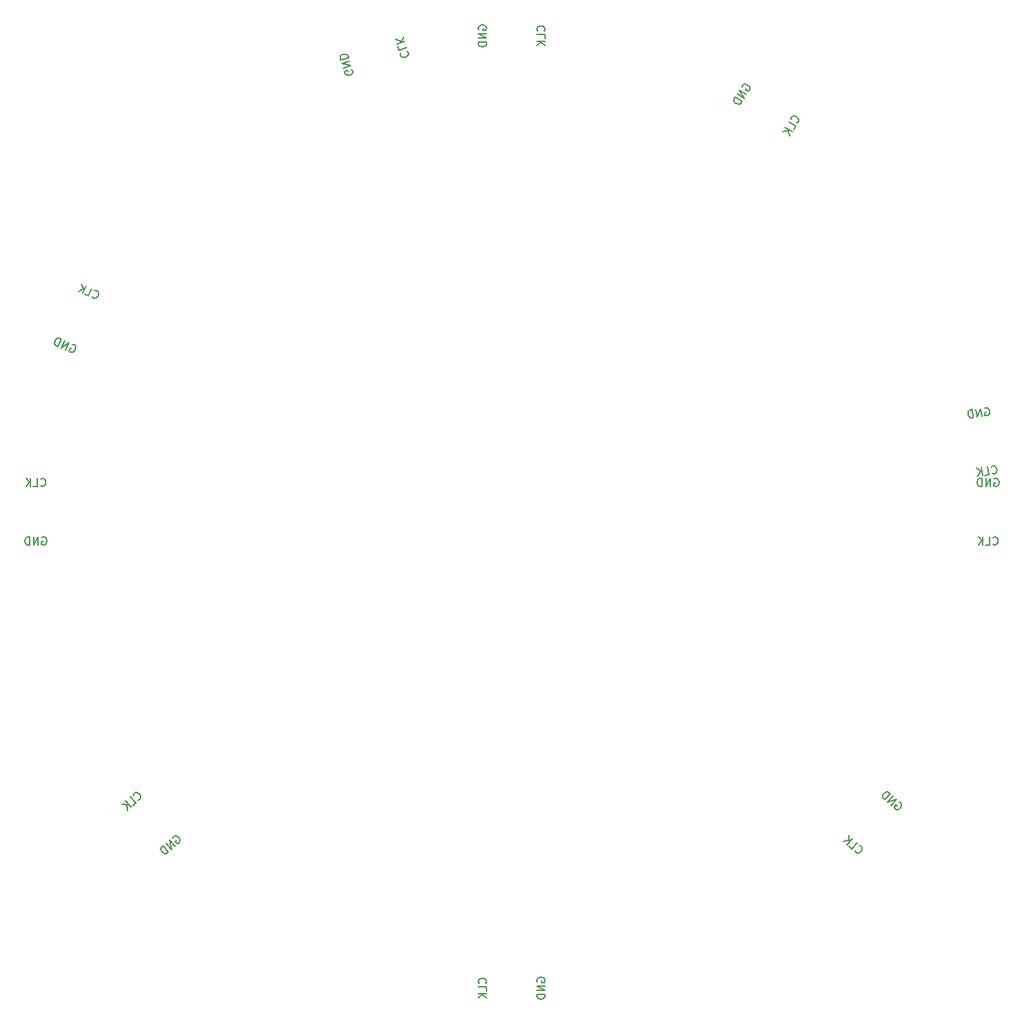
<source format=gbr>
G04 #@! TF.GenerationSoftware,KiCad,Pcbnew,(5.0.1)-4*
G04 #@! TF.CreationDate,2018-11-24T23:14:57-05:00*
G04 #@! TF.ProjectId,geodesic,67656F64657369632E6B696361645F70,rev?*
G04 #@! TF.SameCoordinates,Original*
G04 #@! TF.FileFunction,Legend,Bot*
G04 #@! TF.FilePolarity,Positive*
%FSLAX46Y46*%
G04 Gerber Fmt 4.6, Leading zero omitted, Abs format (unit mm)*
G04 Created by KiCad (PCBNEW (5.0.1)-4) date 2018-11-24 11:14:57 PM*
%MOMM*%
%LPD*%
G01*
G04 APERTURE LIST*
%ADD10C,0.150000*%
G04 APERTURE END LIST*
G04 #@! TO.C,J1*
D10*
X151100000Y-162738095D02*
X151052380Y-162642857D01*
X151052380Y-162500000D01*
X151100000Y-162357142D01*
X151195238Y-162261904D01*
X151290476Y-162214285D01*
X151480952Y-162166666D01*
X151623809Y-162166666D01*
X151814285Y-162214285D01*
X151909523Y-162261904D01*
X152004761Y-162357142D01*
X152052380Y-162500000D01*
X152052380Y-162595238D01*
X152004761Y-162738095D01*
X151957142Y-162785714D01*
X151623809Y-162785714D01*
X151623809Y-162595238D01*
X152052380Y-163214285D02*
X151052380Y-163214285D01*
X152052380Y-163785714D01*
X151052380Y-163785714D01*
X152052380Y-164261904D02*
X151052380Y-164261904D01*
X151052380Y-164500000D01*
X151100000Y-164642857D01*
X151195238Y-164738095D01*
X151290476Y-164785714D01*
X151480952Y-164833333D01*
X151623809Y-164833333D01*
X151814285Y-164785714D01*
X151909523Y-164738095D01*
X152004761Y-164642857D01*
X152052380Y-164500000D01*
X152052380Y-164261904D01*
X144757142Y-162904761D02*
X144804761Y-162857142D01*
X144852380Y-162714285D01*
X144852380Y-162619047D01*
X144804761Y-162476190D01*
X144709523Y-162380952D01*
X144614285Y-162333333D01*
X144423809Y-162285714D01*
X144280952Y-162285714D01*
X144090476Y-162333333D01*
X143995238Y-162380952D01*
X143900000Y-162476190D01*
X143852380Y-162619047D01*
X143852380Y-162714285D01*
X143900000Y-162857142D01*
X143947619Y-162904761D01*
X144852380Y-163809523D02*
X144852380Y-163333333D01*
X143852380Y-163333333D01*
X144852380Y-164142857D02*
X143852380Y-164142857D01*
X144852380Y-164714285D02*
X144280952Y-164285714D01*
X143852380Y-164714285D02*
X144423809Y-164142857D01*
G04 #@! TO.C,J2*
X90261904Y-108100000D02*
X90357142Y-108052380D01*
X90500000Y-108052380D01*
X90642857Y-108100000D01*
X90738095Y-108195238D01*
X90785714Y-108290476D01*
X90833333Y-108480952D01*
X90833333Y-108623809D01*
X90785714Y-108814285D01*
X90738095Y-108909523D01*
X90642857Y-109004761D01*
X90500000Y-109052380D01*
X90404761Y-109052380D01*
X90261904Y-109004761D01*
X90214285Y-108957142D01*
X90214285Y-108623809D01*
X90404761Y-108623809D01*
X89785714Y-109052380D02*
X89785714Y-108052380D01*
X89214285Y-109052380D01*
X89214285Y-108052380D01*
X88738095Y-109052380D02*
X88738095Y-108052380D01*
X88500000Y-108052380D01*
X88357142Y-108100000D01*
X88261904Y-108195238D01*
X88214285Y-108290476D01*
X88166666Y-108480952D01*
X88166666Y-108623809D01*
X88214285Y-108814285D01*
X88261904Y-108909523D01*
X88357142Y-109004761D01*
X88500000Y-109052380D01*
X88738095Y-109052380D01*
X90095238Y-101757142D02*
X90142857Y-101804761D01*
X90285714Y-101852380D01*
X90380952Y-101852380D01*
X90523809Y-101804761D01*
X90619047Y-101709523D01*
X90666666Y-101614285D01*
X90714285Y-101423809D01*
X90714285Y-101280952D01*
X90666666Y-101090476D01*
X90619047Y-100995238D01*
X90523809Y-100900000D01*
X90380952Y-100852380D01*
X90285714Y-100852380D01*
X90142857Y-100900000D01*
X90095238Y-100947619D01*
X89190476Y-101852380D02*
X89666666Y-101852380D01*
X89666666Y-100852380D01*
X88857142Y-101852380D02*
X88857142Y-100852380D01*
X88285714Y-101852380D02*
X88714285Y-101280952D01*
X88285714Y-100852380D02*
X88857142Y-101423809D01*
G04 #@! TO.C,J3*
X143900000Y-45738095D02*
X143852380Y-45642857D01*
X143852380Y-45500000D01*
X143900000Y-45357142D01*
X143995238Y-45261904D01*
X144090476Y-45214285D01*
X144280952Y-45166666D01*
X144423809Y-45166666D01*
X144614285Y-45214285D01*
X144709523Y-45261904D01*
X144804761Y-45357142D01*
X144852380Y-45500000D01*
X144852380Y-45595238D01*
X144804761Y-45738095D01*
X144757142Y-45785714D01*
X144423809Y-45785714D01*
X144423809Y-45595238D01*
X144852380Y-46214285D02*
X143852380Y-46214285D01*
X144852380Y-46785714D01*
X143852380Y-46785714D01*
X144852380Y-47261904D02*
X143852380Y-47261904D01*
X143852380Y-47500000D01*
X143900000Y-47642857D01*
X143995238Y-47738095D01*
X144090476Y-47785714D01*
X144280952Y-47833333D01*
X144423809Y-47833333D01*
X144614285Y-47785714D01*
X144709523Y-47738095D01*
X144804761Y-47642857D01*
X144852380Y-47500000D01*
X144852380Y-47261904D01*
X151957142Y-45904761D02*
X152004761Y-45857142D01*
X152052380Y-45714285D01*
X152052380Y-45619047D01*
X152004761Y-45476190D01*
X151909523Y-45380952D01*
X151814285Y-45333333D01*
X151623809Y-45285714D01*
X151480952Y-45285714D01*
X151290476Y-45333333D01*
X151195238Y-45380952D01*
X151100000Y-45476190D01*
X151052380Y-45619047D01*
X151052380Y-45714285D01*
X151100000Y-45857142D01*
X151147619Y-45904761D01*
X152052380Y-46809523D02*
X152052380Y-46333333D01*
X151052380Y-46333333D01*
X152052380Y-47142857D02*
X151052380Y-47142857D01*
X152052380Y-47714285D02*
X151480952Y-47285714D01*
X151052380Y-47714285D02*
X151623809Y-47142857D01*
G04 #@! TO.C,J4*
X207261904Y-100900000D02*
X207357142Y-100852380D01*
X207500000Y-100852380D01*
X207642857Y-100900000D01*
X207738095Y-100995238D01*
X207785714Y-101090476D01*
X207833333Y-101280952D01*
X207833333Y-101423809D01*
X207785714Y-101614285D01*
X207738095Y-101709523D01*
X207642857Y-101804761D01*
X207500000Y-101852380D01*
X207404761Y-101852380D01*
X207261904Y-101804761D01*
X207214285Y-101757142D01*
X207214285Y-101423809D01*
X207404761Y-101423809D01*
X206785714Y-101852380D02*
X206785714Y-100852380D01*
X206214285Y-101852380D01*
X206214285Y-100852380D01*
X205738095Y-101852380D02*
X205738095Y-100852380D01*
X205500000Y-100852380D01*
X205357142Y-100900000D01*
X205261904Y-100995238D01*
X205214285Y-101090476D01*
X205166666Y-101280952D01*
X205166666Y-101423809D01*
X205214285Y-101614285D01*
X205261904Y-101709523D01*
X205357142Y-101804761D01*
X205500000Y-101852380D01*
X205738095Y-101852380D01*
X207095238Y-108957142D02*
X207142857Y-109004761D01*
X207285714Y-109052380D01*
X207380952Y-109052380D01*
X207523809Y-109004761D01*
X207619047Y-108909523D01*
X207666666Y-108814285D01*
X207714285Y-108623809D01*
X207714285Y-108480952D01*
X207666666Y-108290476D01*
X207619047Y-108195238D01*
X207523809Y-108100000D01*
X207380952Y-108052380D01*
X207285714Y-108052380D01*
X207142857Y-108100000D01*
X207095238Y-108147619D01*
X206190476Y-109052380D02*
X206666666Y-109052380D01*
X206666666Y-108052380D01*
X205857142Y-109052380D02*
X205857142Y-108052380D01*
X205285714Y-109052380D02*
X205714285Y-108480952D01*
X205285714Y-108052380D02*
X205857142Y-108623809D01*
G04 #@! TO.C,J5*
X106310864Y-145055656D02*
X106351500Y-144957236D01*
X106459316Y-144863513D01*
X106598372Y-144805729D01*
X106732731Y-144815124D01*
X106831151Y-144855760D01*
X106992054Y-144968274D01*
X107085776Y-145076089D01*
X107174801Y-145251085D01*
X107201345Y-145354203D01*
X107191949Y-145488561D01*
X107115375Y-145618223D01*
X107043498Y-145680705D01*
X106904441Y-145738489D01*
X106837262Y-145733791D01*
X106618575Y-145482221D01*
X106762329Y-145357258D01*
X106576296Y-146086836D02*
X105920237Y-145332127D01*
X106145034Y-146461727D01*
X105488975Y-145707018D01*
X105785648Y-146774136D02*
X105129589Y-146019427D01*
X104949896Y-146175631D01*
X104873322Y-146305292D01*
X104863926Y-146439651D01*
X104890470Y-146542769D01*
X104979495Y-146717764D01*
X105073218Y-146825580D01*
X105234120Y-146938093D01*
X105332540Y-146978730D01*
X105466899Y-146988125D01*
X105605956Y-146930341D01*
X105785648Y-146774136D01*
X102023790Y-140377984D02*
X102090970Y-140382682D01*
X102230026Y-140324898D01*
X102301903Y-140262416D01*
X102378478Y-140132755D01*
X102387873Y-139998396D01*
X102361330Y-139895278D01*
X102272305Y-139720283D01*
X102178582Y-139612467D01*
X102017680Y-139499954D01*
X101919260Y-139459318D01*
X101784901Y-139449922D01*
X101645844Y-139507706D01*
X101573967Y-139570188D01*
X101497392Y-139699849D01*
X101492695Y-139767029D01*
X101403440Y-141043439D02*
X101762825Y-140731030D01*
X101106766Y-139976320D01*
X101151870Y-141262125D02*
X100495811Y-140507415D01*
X100720607Y-141637016D02*
X100669163Y-140924585D01*
X100064548Y-140882306D02*
X100870702Y-140938678D01*
G04 #@! TO.C,J6*
X93975468Y-84391990D02*
X94081841Y-84387225D01*
X94212348Y-84445330D01*
X94323486Y-84546938D01*
X94371753Y-84672679D01*
X94376519Y-84779052D01*
X94342547Y-84972429D01*
X94284442Y-85102935D01*
X94163466Y-85257575D01*
X94081227Y-85325211D01*
X93955486Y-85373479D01*
X93805611Y-85358876D01*
X93718607Y-85320139D01*
X93607469Y-85218531D01*
X93583335Y-85155661D01*
X93718914Y-84851146D01*
X93892922Y-84928619D01*
X93153079Y-85068350D02*
X93559815Y-84154804D01*
X92631053Y-84835929D01*
X93037789Y-83922383D01*
X92196031Y-84642244D02*
X92602768Y-83728699D01*
X92385257Y-83631857D01*
X92235382Y-83617254D01*
X92109641Y-83665521D01*
X92027402Y-83733157D01*
X91906426Y-83887798D01*
X91848321Y-84018304D01*
X91814349Y-84211681D01*
X91819115Y-84318054D01*
X91867382Y-84443795D01*
X91978520Y-84545402D01*
X92196031Y-84642244D01*
X96403083Y-78529712D02*
X96427217Y-78592582D01*
X96538355Y-78694190D01*
X96625360Y-78732927D01*
X96775235Y-78747530D01*
X96900976Y-78699262D01*
X96983215Y-78631626D01*
X97104190Y-78476986D01*
X97162296Y-78346480D01*
X97196267Y-78153103D01*
X97191502Y-78046730D01*
X97143234Y-77920989D01*
X97032096Y-77819381D01*
X96945092Y-77780644D01*
X96795217Y-77766041D01*
X96732346Y-77790175D01*
X95537806Y-78248716D02*
X95972827Y-78442401D01*
X96379564Y-77528855D01*
X95233290Y-78113138D02*
X95640027Y-77199592D01*
X94711264Y-77880717D02*
X95335205Y-77533006D01*
X95118001Y-76967171D02*
X95407606Y-77721618D01*
G04 #@! TO.C,J7*
X128316771Y-50639422D02*
X128390155Y-50716576D01*
X128431922Y-50853191D01*
X128428151Y-51003728D01*
X128364919Y-51122650D01*
X128287765Y-51196033D01*
X128119534Y-51297261D01*
X127982919Y-51339029D01*
X127786844Y-51349180D01*
X127681844Y-51331487D01*
X127562923Y-51268255D01*
X127475617Y-51145563D01*
X127447772Y-51054486D01*
X127451543Y-50903949D01*
X127483159Y-50844488D01*
X127801927Y-50747031D01*
X127857617Y-50929184D01*
X127266780Y-50462488D02*
X128223085Y-50170116D01*
X127099711Y-49916028D01*
X128056015Y-49623656D01*
X126960486Y-49460645D02*
X127916791Y-49168273D01*
X127847178Y-48940581D01*
X127759873Y-48817889D01*
X127640951Y-48754657D01*
X127535952Y-48736964D01*
X127339876Y-48747115D01*
X127203261Y-48788883D01*
X127035031Y-48890111D01*
X126957876Y-48963494D01*
X126894645Y-49082416D01*
X126890874Y-49232953D01*
X126960486Y-49460645D01*
X134333748Y-48625566D02*
X134302132Y-48685027D01*
X134298361Y-48835564D01*
X134326206Y-48926641D01*
X134413512Y-49049333D01*
X134532433Y-49112565D01*
X134637432Y-49130258D01*
X134833508Y-49120107D01*
X134970123Y-49078340D01*
X135138354Y-48977111D01*
X135215508Y-48903728D01*
X135278740Y-48784807D01*
X135282511Y-48634269D01*
X135254666Y-48543192D01*
X135167360Y-48420500D01*
X135107899Y-48388884D01*
X133978144Y-47788183D02*
X134117369Y-48243566D01*
X135073674Y-47951194D01*
X133880687Y-47469415D02*
X134836992Y-47177043D01*
X133713618Y-46922955D02*
X134385380Y-47165730D01*
X134669922Y-46630583D02*
X134290532Y-47344112D01*
G04 #@! TO.C,J8*
X176251871Y-52773271D02*
X176261957Y-52667270D01*
X176337659Y-52546121D01*
X176453745Y-52450205D01*
X176584980Y-52419907D01*
X176690981Y-52429992D01*
X176877748Y-52490546D01*
X176998898Y-52566249D01*
X177135197Y-52707569D01*
X177190729Y-52798421D01*
X177221027Y-52929656D01*
X177185708Y-53076040D01*
X177135239Y-53156806D01*
X177019153Y-53252722D01*
X176953536Y-53267871D01*
X176670853Y-53091231D01*
X176771790Y-52929698D01*
X176807194Y-53681788D02*
X175959146Y-53151869D01*
X176504383Y-54166387D01*
X175656335Y-53636468D01*
X176252040Y-54570220D02*
X175403992Y-54040300D01*
X175277821Y-54242217D01*
X175242501Y-54388601D01*
X175272799Y-54519836D01*
X175328332Y-54610687D01*
X175464630Y-54752008D01*
X175585780Y-54827710D01*
X175772547Y-54888264D01*
X175878548Y-54898349D01*
X176009783Y-54868051D01*
X176125869Y-54772136D01*
X176252040Y-54570220D01*
X182996396Y-57184247D02*
X183062013Y-57169098D01*
X183178099Y-57073182D01*
X183228568Y-56992416D01*
X183263887Y-56846032D01*
X183233589Y-56714797D01*
X183178057Y-56623945D01*
X183041759Y-56482625D01*
X182920609Y-56406922D01*
X182733842Y-56346368D01*
X182627841Y-56336283D01*
X182496606Y-56366581D01*
X182380520Y-56462497D01*
X182330051Y-56543263D01*
X182294732Y-56689647D01*
X182309881Y-56755265D01*
X182597712Y-58001997D02*
X182850054Y-57598165D01*
X182002006Y-57068245D01*
X182421072Y-58284680D02*
X181573024Y-57754760D01*
X182118261Y-58769279D02*
X181860770Y-58103018D01*
X181270213Y-58239359D02*
X182057623Y-58057571D01*
G04 #@! TO.C,J9*
X206048478Y-92252624D02*
X206136162Y-92192214D01*
X206277629Y-92172332D01*
X206425723Y-92199605D01*
X206533289Y-92280662D01*
X206593699Y-92368346D01*
X206667364Y-92550341D01*
X206687246Y-92691808D01*
X206666599Y-92887058D01*
X206632698Y-92987996D01*
X206551641Y-93095562D01*
X206416802Y-93162600D01*
X206322491Y-93175854D01*
X206174396Y-93148581D01*
X206120614Y-93108052D01*
X206074222Y-92777963D01*
X206262845Y-92751454D01*
X205709467Y-93262009D02*
X205570294Y-92271741D01*
X205143600Y-93341537D01*
X205004427Y-92351269D01*
X204672044Y-93407810D02*
X204532871Y-92417541D01*
X204297093Y-92450678D01*
X204162253Y-92517715D01*
X204081196Y-92625281D01*
X204047295Y-92726220D01*
X204026649Y-92921470D01*
X204046531Y-93062936D01*
X204120196Y-93244932D01*
X204180606Y-93332616D01*
X204288172Y-93413672D01*
X204436266Y-93440946D01*
X204672044Y-93407810D01*
X207004770Y-100254551D02*
X207058553Y-100295079D01*
X207206648Y-100322353D01*
X207300959Y-100309098D01*
X207435798Y-100242061D01*
X207516855Y-100134495D01*
X207550756Y-100033556D01*
X207571403Y-99838306D01*
X207551521Y-99696840D01*
X207477856Y-99514844D01*
X207417446Y-99427160D01*
X207309880Y-99346104D01*
X207161786Y-99318830D01*
X207067474Y-99332085D01*
X206932635Y-99399122D01*
X206892107Y-99452905D01*
X206122068Y-100474780D02*
X206593624Y-100408507D01*
X206454451Y-99418239D01*
X205791979Y-100521171D02*
X205652806Y-99530903D01*
X205226111Y-100600699D02*
X205570985Y-99975186D01*
X205086938Y-99610431D02*
X205732333Y-100096771D01*
G04 #@! TO.C,J10*
X195562794Y-140621456D02*
X195665912Y-140647999D01*
X195773728Y-140741722D01*
X195850302Y-140871383D01*
X195859698Y-141005742D01*
X195833154Y-141108860D01*
X195744129Y-141283855D01*
X195650406Y-141391671D01*
X195489504Y-141504184D01*
X195391084Y-141544821D01*
X195256725Y-141554216D01*
X195117668Y-141496432D01*
X195045791Y-141433950D01*
X194969217Y-141304289D01*
X194964519Y-141237109D01*
X195183205Y-140985539D01*
X195326960Y-141110503D01*
X194578590Y-141027818D02*
X195234649Y-140273109D01*
X194147328Y-140652927D01*
X194803387Y-139898218D01*
X193787942Y-140340518D02*
X194444001Y-139585809D01*
X194264308Y-139429604D01*
X194125252Y-139371820D01*
X193990893Y-139381215D01*
X193892473Y-139421851D01*
X193731570Y-139534365D01*
X193637848Y-139642180D01*
X193548823Y-139817176D01*
X193522279Y-139920294D01*
X193531675Y-140054652D01*
X193608249Y-140184314D01*
X193787942Y-140340518D01*
X190151048Y-146592916D02*
X190155745Y-146660095D01*
X190232320Y-146789757D01*
X190304197Y-146852239D01*
X190443254Y-146910023D01*
X190577613Y-146900627D01*
X190676033Y-146859991D01*
X190836935Y-146747478D01*
X190930658Y-146639662D01*
X191019683Y-146464667D01*
X191046226Y-146361549D01*
X191036831Y-146227190D01*
X190960256Y-146097529D01*
X190888379Y-146035047D01*
X190749322Y-145977263D01*
X190682143Y-145981961D01*
X189405733Y-146071216D02*
X189765119Y-146383625D01*
X190421178Y-145628915D01*
X189154163Y-145852530D02*
X189810222Y-145097820D01*
X188722901Y-145477639D02*
X189421239Y-145327544D01*
X189378960Y-144722929D02*
X189435332Y-145529083D01*
G04 #@! TD*
M02*

</source>
